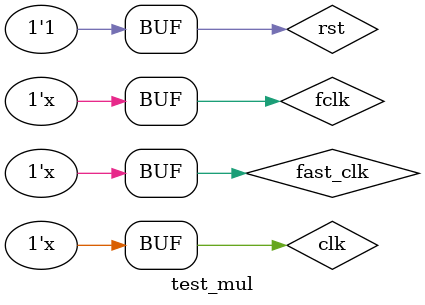
<source format=v>
`timescale 1ns / 1ps


module test_mul;
function integer clog2;
        input integer value;
        begin
        value = value - 1;
        for (clog2=0;value > 0;clog2=clog2+1)
            value = value >> 1;
        end
   endfunction
   
    reg clk, rst, fast_clk;
    localparam FAST_CLK = 10; 
    localparam CLK = 8*FAST_CLK;
    parameter BITWIDTH = 8;
    
    reg re;
    
    reg [BITWIDTH-1:0] din1, din2;
    wire [BITWIDTH-1:0] dout;
    
    initial begin
        clk = 0; fast_clk = 0; rst = 1;
        #40 rst = 0;
        #200 rst = 1;
    end
    
    always #(CLK/2) clk = ~clk;
    always #(FAST_CLK/2) fast_clk = ~fast_clk;
    
    reg [9:0] r_addr;
    always @ (posedge clk or negedge rst) begin
        if (!rst)
            r_addr <= 10'h3_FF;
        else
            r_addr <= r_addr + 1'b1;
    end
    
    always @ (r_addr) begin
        if (r_addr == 0) begin
            re = 0;
            din1 = 0;
            din2 = 0;
        end
        if (r_addr == 1) begin
            re = 1;
            din1 = 4;
            din2 = 4;
        end
        if (r_addr == 2) begin
            din1 = 4;
            din2 = 5;
        end
        if (r_addr == 3) begin
            //re = 0;
            din1 = 35;
            din2 = 2;
        end
        if (r_addr == 4) begin
            re = 0;
        end
        if (r_addr == 10) begin
            re = 1;
            din1 = 3;
            din2 = 64;
        end
        if (r_addr == 12) begin
            din1 = 13;
            din2 = 14;
        end
        if (r_addr == 13) re = 0;
    end
    wire fclk;
    assign fclk = ~fast_clk;
    wire [clog2(BITWIDTH)+1:0] last_count;
   
    //metronome #(BITWIDTH) m0 (~fast_clk, rst, re, data_in_valid, data_out_valid);
    metronome #(BITWIDTH) m0 (fclk, rst, re, data_in_valid, data_out_valid, last_count);
    multiplier #(BITWIDTH) m1 (fclk, rst, data_in_valid, din1, din2, data_out_valid, last_count, dout);
    
     
endmodule

</source>
